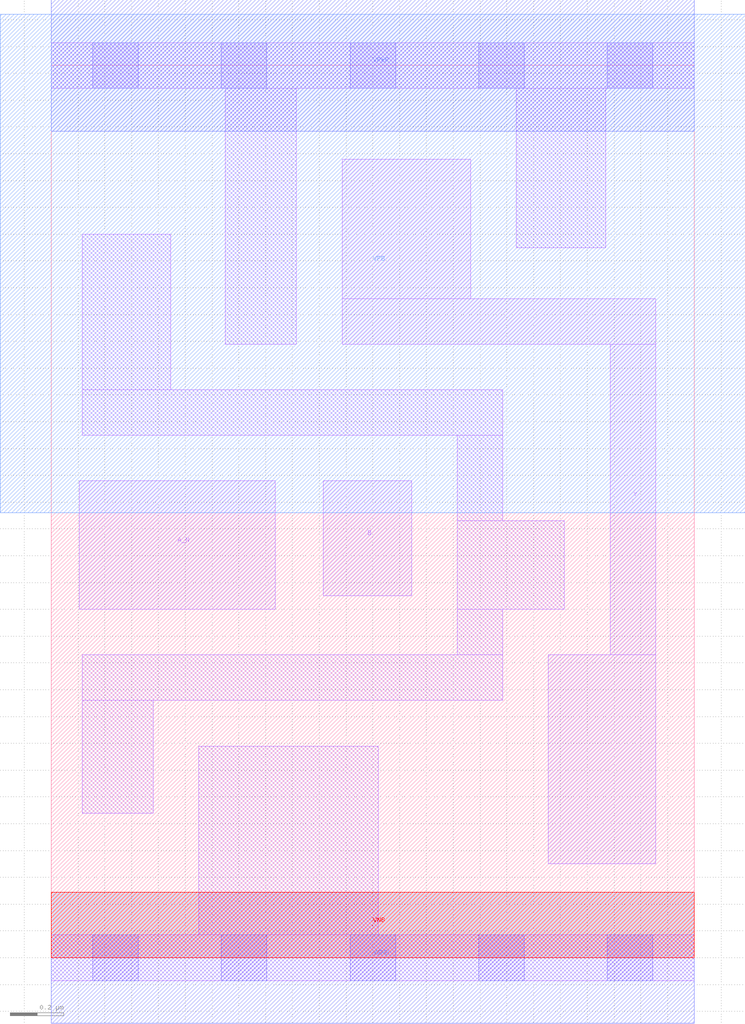
<source format=lef>
# Copyright 2020 The SkyWater PDK Authors
#
# Licensed under the Apache License, Version 2.0 (the "License");
# you may not use this file except in compliance with the License.
# You may obtain a copy of the License at
#
#     https://www.apache.org/licenses/LICENSE-2.0
#
# Unless required by applicable law or agreed to in writing, software
# distributed under the License is distributed on an "AS IS" BASIS,
# WITHOUT WARRANTIES OR CONDITIONS OF ANY KIND, either express or implied.
# See the License for the specific language governing permissions and
# limitations under the License.
#
# SPDX-License-Identifier: Apache-2.0

VERSION 5.7 ;
  NOWIREEXTENSIONATPIN ON ;
  DIVIDERCHAR "/" ;
  BUSBITCHARS "[]" ;
MACRO sky130_fd_sc_hs__nand2b_1
  CLASS CORE ;
  FOREIGN sky130_fd_sc_hs__nand2b_1 ;
  ORIGIN  0.000000  0.000000 ;
  SIZE  2.400000 BY  3.330000 ;
  SYMMETRY X Y ;
  SITE unit ;
  PIN A_N
    ANTENNAGATEAREA  0.208500 ;
    DIRECTION INPUT ;
    USE SIGNAL ;
    PORT
      LAYER li1 ;
        RECT 0.105000 1.300000 0.835000 1.780000 ;
    END
  END A_N
  PIN B
    ANTENNAGATEAREA  0.279000 ;
    DIRECTION INPUT ;
    USE SIGNAL ;
    PORT
      LAYER li1 ;
        RECT 1.015000 1.350000 1.345000 1.780000 ;
    END
  END B
  PIN Y
    ANTENNADIFFAREA  0.710200 ;
    DIRECTION OUTPUT ;
    USE SIGNAL ;
    PORT
      LAYER li1 ;
        RECT 1.085000 2.290000 2.255000 2.460000 ;
        RECT 1.085000 2.460000 1.565000 2.980000 ;
        RECT 1.855000 0.350000 2.255000 1.130000 ;
        RECT 2.085000 1.130000 2.255000 2.290000 ;
    END
  END Y
  PIN VGND
    DIRECTION INOUT ;
    USE GROUND ;
    PORT
      LAYER met1 ;
        RECT 0.000000 -0.245000 2.400000 0.245000 ;
    END
  END VGND
  PIN VNB
    DIRECTION INOUT ;
    USE GROUND ;
    PORT
      LAYER pwell ;
        RECT 0.000000 0.000000 2.400000 0.245000 ;
    END
  END VNB
  PIN VPB
    DIRECTION INOUT ;
    USE POWER ;
    PORT
      LAYER nwell ;
        RECT -0.190000 1.660000 2.590000 3.520000 ;
    END
  END VPB
  PIN VPWR
    DIRECTION INOUT ;
    USE POWER ;
    PORT
      LAYER met1 ;
        RECT 0.000000 3.085000 2.400000 3.575000 ;
    END
  END VPWR
  OBS
    LAYER li1 ;
      RECT 0.000000 -0.085000 2.400000 0.085000 ;
      RECT 0.000000  3.245000 2.400000 3.415000 ;
      RECT 0.115000  0.540000 0.380000 0.960000 ;
      RECT 0.115000  0.960000 1.685000 1.130000 ;
      RECT 0.115000  1.950000 1.685000 2.120000 ;
      RECT 0.115000  2.120000 0.445000 2.700000 ;
      RECT 0.550000  0.085000 1.220000 0.790000 ;
      RECT 0.650000  2.290000 0.915000 3.245000 ;
      RECT 1.515000  1.130000 1.685000 1.300000 ;
      RECT 1.515000  1.300000 1.915000 1.630000 ;
      RECT 1.515000  1.630000 1.685000 1.950000 ;
      RECT 1.735000  2.650000 2.070000 3.245000 ;
    LAYER mcon ;
      RECT 0.155000 -0.085000 0.325000 0.085000 ;
      RECT 0.155000  3.245000 0.325000 3.415000 ;
      RECT 0.635000 -0.085000 0.805000 0.085000 ;
      RECT 0.635000  3.245000 0.805000 3.415000 ;
      RECT 1.115000 -0.085000 1.285000 0.085000 ;
      RECT 1.115000  3.245000 1.285000 3.415000 ;
      RECT 1.595000 -0.085000 1.765000 0.085000 ;
      RECT 1.595000  3.245000 1.765000 3.415000 ;
      RECT 2.075000 -0.085000 2.245000 0.085000 ;
      RECT 2.075000  3.245000 2.245000 3.415000 ;
  END
END sky130_fd_sc_hs__nand2b_1
END LIBRARY

</source>
